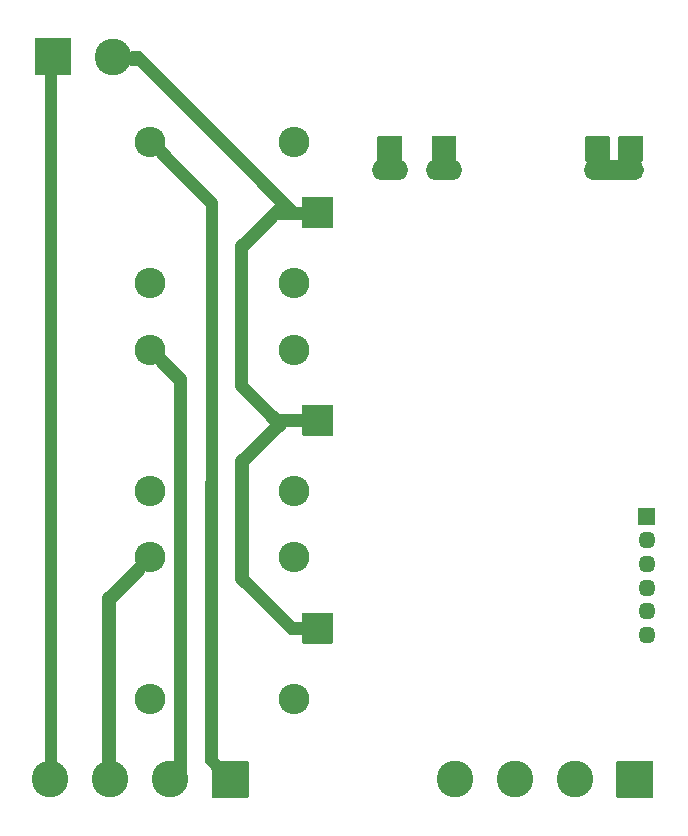
<source format=gbr>
%TF.GenerationSoftware,KiCad,Pcbnew,(5.1.8)-1*%
%TF.CreationDate,2022-05-08T18:20:05+08:00*%
%TF.ProjectId,smartkey,736d6172-746b-4657-992e-6b696361645f,rev?*%
%TF.SameCoordinates,Original*%
%TF.FileFunction,Soldermask,Bot*%
%TF.FilePolarity,Negative*%
%FSLAX46Y46*%
G04 Gerber Fmt 4.6, Leading zero omitted, Abs format (unit mm)*
G04 Created by KiCad (PCBNEW (5.1.8)-1) date 2022-05-08 18:20:05*
%MOMM*%
%LPD*%
G01*
G04 APERTURE LIST*
%ADD10O,2.602000X2.602000*%
%ADD11C,3.102000*%
%ADD12O,1.452000X1.452000*%
%ADD13O,3.102000X1.702000*%
%ADD14O,5.102000X1.702000*%
%ADD15C,0.254000*%
%ADD16C,0.350000*%
G04 APERTURE END LIST*
D10*
%TO.C,K1*%
X123400000Y-90000000D03*
X111200000Y-90000000D03*
X111200000Y-78000000D03*
X123400000Y-78000000D03*
G36*
G01*
X124150000Y-82699000D02*
X126650000Y-82699000D01*
G75*
G02*
X126701000Y-82750000I0J-51000D01*
G01*
X126701000Y-85250000D01*
G75*
G02*
X126650000Y-85301000I-51000J0D01*
G01*
X124150000Y-85301000D01*
G75*
G02*
X124099000Y-85250000I0J51000D01*
G01*
X124099000Y-82750000D01*
G75*
G02*
X124150000Y-82699000I51000J0D01*
G01*
G37*
%TD*%
D11*
%TO.C,J2*%
X137010000Y-132000000D03*
G36*
G01*
X153801000Y-130500000D02*
X153801000Y-133500000D01*
G75*
G02*
X153750000Y-133551000I-51000J0D01*
G01*
X150750000Y-133551000D01*
G75*
G02*
X150699000Y-133500000I0J51000D01*
G01*
X150699000Y-130500000D01*
G75*
G02*
X150750000Y-130449000I51000J0D01*
G01*
X153750000Y-130449000D01*
G75*
G02*
X153801000Y-130500000I0J-51000D01*
G01*
G37*
X142090000Y-132000000D03*
X147170000Y-132000000D03*
%TD*%
D12*
%TO.C,J4*%
X153250000Y-119750000D03*
X153250000Y-117750000D03*
X153250000Y-115750000D03*
X153250000Y-113750000D03*
X153250000Y-111750000D03*
G36*
G01*
X152524000Y-110425000D02*
X152524000Y-109075000D01*
G75*
G02*
X152575000Y-109024000I51000J0D01*
G01*
X153925000Y-109024000D01*
G75*
G02*
X153976000Y-109075000I0J-51000D01*
G01*
X153976000Y-110425000D01*
G75*
G02*
X153925000Y-110476000I-51000J0D01*
G01*
X152575000Y-110476000D01*
G75*
G02*
X152524000Y-110425000I0J51000D01*
G01*
G37*
%TD*%
D11*
%TO.C,J1*%
X108080000Y-70800000D03*
G36*
G01*
X101449000Y-72300000D02*
X101449000Y-69300000D01*
G75*
G02*
X101500000Y-69249000I51000J0D01*
G01*
X104500000Y-69249000D01*
G75*
G02*
X104551000Y-69300000I0J-51000D01*
G01*
X104551000Y-72300000D01*
G75*
G02*
X104500000Y-72351000I-51000J0D01*
G01*
X101500000Y-72351000D01*
G75*
G02*
X101449000Y-72300000I0J51000D01*
G01*
G37*
%TD*%
D10*
%TO.C,K3*%
X123400000Y-125200000D03*
X111200000Y-125200000D03*
X111200000Y-113200000D03*
X123400000Y-113200000D03*
G36*
G01*
X124150000Y-117899000D02*
X126650000Y-117899000D01*
G75*
G02*
X126701000Y-117950000I0J-51000D01*
G01*
X126701000Y-120450000D01*
G75*
G02*
X126650000Y-120501000I-51000J0D01*
G01*
X124150000Y-120501000D01*
G75*
G02*
X124099000Y-120450000I0J51000D01*
G01*
X124099000Y-117950000D01*
G75*
G02*
X124150000Y-117899000I51000J0D01*
G01*
G37*
%TD*%
%TO.C,K2*%
X123400000Y-107600000D03*
X111200000Y-107600000D03*
X111200000Y-95600000D03*
X123400000Y-95600000D03*
G36*
G01*
X124150000Y-100299000D02*
X126650000Y-100299000D01*
G75*
G02*
X126701000Y-100350000I0J-51000D01*
G01*
X126701000Y-102850000D01*
G75*
G02*
X126650000Y-102901000I-51000J0D01*
G01*
X124150000Y-102901000D01*
G75*
G02*
X124099000Y-102850000I0J51000D01*
G01*
X124099000Y-100350000D01*
G75*
G02*
X124150000Y-100299000I51000J0D01*
G01*
G37*
%TD*%
D13*
%TO.C,U2*%
X131500000Y-80400000D03*
X136100000Y-80400000D03*
G36*
G01*
X132551000Y-77600000D02*
X132551000Y-79600000D01*
G75*
G02*
X132500000Y-79651000I-51000J0D01*
G01*
X130500000Y-79651000D01*
G75*
G02*
X130449000Y-79600000I0J51000D01*
G01*
X130449000Y-77600000D01*
G75*
G02*
X130500000Y-77549000I51000J0D01*
G01*
X132500000Y-77549000D01*
G75*
G02*
X132551000Y-77600000I0J-51000D01*
G01*
G37*
G36*
G01*
X137151000Y-77600000D02*
X137151000Y-79600000D01*
G75*
G02*
X137100000Y-79651000I-51000J0D01*
G01*
X135100000Y-79651000D01*
G75*
G02*
X135049000Y-79600000I0J51000D01*
G01*
X135049000Y-77600000D01*
G75*
G02*
X135100000Y-77549000I51000J0D01*
G01*
X137100000Y-77549000D01*
G75*
G02*
X137151000Y-77600000I0J-51000D01*
G01*
G37*
G36*
G01*
X150151000Y-77600000D02*
X150151000Y-79600000D01*
G75*
G02*
X150100000Y-79651000I-51000J0D01*
G01*
X148100000Y-79651000D01*
G75*
G02*
X148049000Y-79600000I0J51000D01*
G01*
X148049000Y-77600000D01*
G75*
G02*
X148100000Y-77549000I51000J0D01*
G01*
X150100000Y-77549000D01*
G75*
G02*
X150151000Y-77600000I0J-51000D01*
G01*
G37*
G36*
G01*
X152951000Y-77600000D02*
X152951000Y-79600000D01*
G75*
G02*
X152900000Y-79651000I-51000J0D01*
G01*
X150900000Y-79651000D01*
G75*
G02*
X150849000Y-79600000I0J51000D01*
G01*
X150849000Y-77600000D01*
G75*
G02*
X150900000Y-77549000I51000J0D01*
G01*
X152900000Y-77549000D01*
G75*
G02*
X152951000Y-77600000I0J-51000D01*
G01*
G37*
D14*
X150500000Y-80400000D03*
%TD*%
D11*
%TO.C,J6*%
X102760000Y-132000000D03*
G36*
G01*
X119551000Y-130500000D02*
X119551000Y-133500000D01*
G75*
G02*
X119500000Y-133551000I-51000J0D01*
G01*
X116500000Y-133551000D01*
G75*
G02*
X116449000Y-133500000I0J51000D01*
G01*
X116449000Y-130500000D01*
G75*
G02*
X116500000Y-130449000I51000J0D01*
G01*
X119500000Y-130449000D01*
G75*
G02*
X119551000Y-130500000I0J-51000D01*
G01*
G37*
X107840000Y-132000000D03*
X112920000Y-132000000D03*
%TD*%
D15*
X103173000Y-130573000D02*
X102427000Y-130573000D01*
X102427000Y-72327000D01*
X103173000Y-72327000D01*
X103173000Y-130573000D01*
D16*
G36*
X103173000Y-130573000D02*
G01*
X102427000Y-130573000D01*
X102427000Y-72327000D01*
X103173000Y-72327000D01*
X103173000Y-130573000D01*
G37*
D15*
X110620394Y-114400000D02*
X108210197Y-116810197D01*
X108194403Y-116829443D01*
X108182667Y-116851399D01*
X108175440Y-116875224D01*
X108173000Y-116900000D01*
X108173000Y-130573000D01*
X107227000Y-130573000D01*
X107227000Y-116453915D01*
X109998438Y-113778044D01*
X110620394Y-114400000D01*
D16*
G36*
X110620394Y-114400000D02*
G01*
X108210197Y-116810197D01*
X108194403Y-116829443D01*
X108182667Y-116851399D01*
X108175440Y-116875224D01*
X108173000Y-116900000D01*
X108173000Y-130573000D01*
X107227000Y-130573000D01*
X107227000Y-116453915D01*
X109998438Y-113778044D01*
X110620394Y-114400000D01*
G37*
D15*
X114173000Y-97952606D02*
X114173000Y-131168648D01*
X113327000Y-130630284D01*
X113327000Y-98400000D01*
X113324560Y-98375224D01*
X113317333Y-98351399D01*
X113305597Y-98329443D01*
X113289803Y-98310197D01*
X111769079Y-96789473D01*
X112311924Y-96091530D01*
X114173000Y-97952606D01*
D16*
G36*
X114173000Y-97952606D02*
G01*
X114173000Y-131168648D01*
X113327000Y-130630284D01*
X113327000Y-98400000D01*
X113324560Y-98375224D01*
X113317333Y-98351399D01*
X113305597Y-98329443D01*
X113289803Y-98310197D01*
X111769079Y-96789473D01*
X112311924Y-96091530D01*
X114173000Y-97952606D01*
G37*
D15*
X116773000Y-83051789D02*
X116773000Y-130200000D01*
X116775440Y-130224776D01*
X116782667Y-130248601D01*
X116794403Y-130270557D01*
X116810197Y-130289803D01*
X117020394Y-130500000D01*
X116500000Y-131020394D01*
X115927112Y-130447506D01*
X116027000Y-83400270D01*
X116024612Y-83375488D01*
X116017436Y-83351648D01*
X116005746Y-83329667D01*
X115989803Y-83310197D01*
X111785792Y-79106186D01*
X112393223Y-78574683D01*
X116773000Y-83051789D01*
D16*
G36*
X116773000Y-83051789D02*
G01*
X116773000Y-130200000D01*
X116775440Y-130224776D01*
X116782667Y-130248601D01*
X116794403Y-130270557D01*
X116810197Y-130289803D01*
X117020394Y-130500000D01*
X116500000Y-131020394D01*
X115927112Y-130447506D01*
X116027000Y-83400270D01*
X116024612Y-83375488D01*
X116017436Y-83351648D01*
X116005746Y-83329667D01*
X115989803Y-83310197D01*
X111785792Y-79106186D01*
X112393223Y-78574683D01*
X116773000Y-83051789D01*
G37*
D15*
X123410368Y-83539973D02*
X123429643Y-83555730D01*
X123451622Y-83567425D01*
X123475460Y-83574607D01*
X123500000Y-83577000D01*
X124073000Y-83577000D01*
X124073000Y-84425791D01*
X121947178Y-84473031D01*
X121922462Y-84476021D01*
X121898804Y-84483776D01*
X121877114Y-84495997D01*
X121859313Y-84511091D01*
X119359313Y-87061091D01*
X119343710Y-87080491D01*
X119332192Y-87102563D01*
X119325201Y-87126458D01*
X119323000Y-87150000D01*
X119323000Y-98400000D01*
X119325440Y-98424776D01*
X119332667Y-98448601D01*
X119344403Y-98470557D01*
X119360197Y-98489803D01*
X122010197Y-101139803D01*
X122029443Y-101155597D01*
X122051399Y-101167333D01*
X122075224Y-101174560D01*
X122100000Y-101177000D01*
X124023000Y-101177000D01*
X124023000Y-102023000D01*
X122700000Y-102023000D01*
X122675224Y-102025440D01*
X122651399Y-102032667D01*
X122629443Y-102044403D01*
X122610197Y-102060197D01*
X119460197Y-105210197D01*
X119444403Y-105229443D01*
X119432667Y-105251399D01*
X119425440Y-105275224D01*
X119423000Y-105300000D01*
X119423000Y-114800000D01*
X119425440Y-114824776D01*
X119432667Y-114848601D01*
X119444403Y-114870557D01*
X119460197Y-114889803D01*
X123310197Y-118739803D01*
X123329443Y-118755597D01*
X123351399Y-118767333D01*
X123375224Y-118774560D01*
X123400000Y-118777000D01*
X124023000Y-118777000D01*
X124023000Y-119623000D01*
X123052200Y-119623000D01*
X118527000Y-115146987D01*
X118527000Y-104853871D01*
X121488268Y-101991312D01*
X121504386Y-101972337D01*
X121516492Y-101950582D01*
X121524122Y-101926884D01*
X121526982Y-101902152D01*
X121524962Y-101877338D01*
X121518139Y-101853395D01*
X121506777Y-101831242D01*
X121490530Y-101810930D01*
X118477000Y-98747998D01*
X118477000Y-86702606D01*
X121839803Y-83339803D01*
X121855597Y-83320557D01*
X121867333Y-83298601D01*
X121874560Y-83274776D01*
X121877000Y-83250000D01*
X121874560Y-83225224D01*
X121867333Y-83201399D01*
X121855597Y-83179443D01*
X121839995Y-83160390D01*
X110189995Y-71460390D01*
X110170783Y-71444555D01*
X110148852Y-71432772D01*
X110125043Y-71425494D01*
X110100000Y-71423000D01*
X109537566Y-71423000D01*
X109617246Y-70427000D01*
X110247536Y-70427000D01*
X123410368Y-83539973D01*
D16*
G36*
X123410368Y-83539973D02*
G01*
X123429643Y-83555730D01*
X123451622Y-83567425D01*
X123475460Y-83574607D01*
X123500000Y-83577000D01*
X124073000Y-83577000D01*
X124073000Y-84425791D01*
X121947178Y-84473031D01*
X121922462Y-84476021D01*
X121898804Y-84483776D01*
X121877114Y-84495997D01*
X121859313Y-84511091D01*
X119359313Y-87061091D01*
X119343710Y-87080491D01*
X119332192Y-87102563D01*
X119325201Y-87126458D01*
X119323000Y-87150000D01*
X119323000Y-98400000D01*
X119325440Y-98424776D01*
X119332667Y-98448601D01*
X119344403Y-98470557D01*
X119360197Y-98489803D01*
X122010197Y-101139803D01*
X122029443Y-101155597D01*
X122051399Y-101167333D01*
X122075224Y-101174560D01*
X122100000Y-101177000D01*
X124023000Y-101177000D01*
X124023000Y-102023000D01*
X122700000Y-102023000D01*
X122675224Y-102025440D01*
X122651399Y-102032667D01*
X122629443Y-102044403D01*
X122610197Y-102060197D01*
X119460197Y-105210197D01*
X119444403Y-105229443D01*
X119432667Y-105251399D01*
X119425440Y-105275224D01*
X119423000Y-105300000D01*
X119423000Y-114800000D01*
X119425440Y-114824776D01*
X119432667Y-114848601D01*
X119444403Y-114870557D01*
X119460197Y-114889803D01*
X123310197Y-118739803D01*
X123329443Y-118755597D01*
X123351399Y-118767333D01*
X123375224Y-118774560D01*
X123400000Y-118777000D01*
X124023000Y-118777000D01*
X124023000Y-119623000D01*
X123052200Y-119623000D01*
X118527000Y-115146987D01*
X118527000Y-104853871D01*
X121488268Y-101991312D01*
X121504386Y-101972337D01*
X121516492Y-101950582D01*
X121524122Y-101926884D01*
X121526982Y-101902152D01*
X121524962Y-101877338D01*
X121518139Y-101853395D01*
X121506777Y-101831242D01*
X121490530Y-101810930D01*
X118477000Y-98747998D01*
X118477000Y-86702606D01*
X121839803Y-83339803D01*
X121855597Y-83320557D01*
X121867333Y-83298601D01*
X121874560Y-83274776D01*
X121877000Y-83250000D01*
X121874560Y-83225224D01*
X121867333Y-83201399D01*
X121855597Y-83179443D01*
X121839995Y-83160390D01*
X110189995Y-71460390D01*
X110170783Y-71444555D01*
X110148852Y-71432772D01*
X110125043Y-71425494D01*
X110100000Y-71423000D01*
X109537566Y-71423000D01*
X109617246Y-70427000D01*
X110247536Y-70427000D01*
X123410368Y-83539973D01*
G37*
G36*
X124100709Y-84551206D02*
G01*
X124101000Y-84552244D01*
X124101000Y-84680052D01*
X124100000Y-84681784D01*
X124098000Y-84681784D01*
X124097010Y-84680248D01*
X124094628Y-84656061D01*
X124087628Y-84632986D01*
X124076263Y-84611722D01*
X124060968Y-84593085D01*
X124042331Y-84577790D01*
X124021067Y-84566425D01*
X123998003Y-84559429D01*
X123971167Y-84557086D01*
X122001006Y-84600868D01*
X121976973Y-84603775D01*
X121954059Y-84611286D01*
X121933049Y-84623123D01*
X121915750Y-84637792D01*
X121872946Y-84681452D01*
X121871020Y-84681989D01*
X121869591Y-84680589D01*
X121870090Y-84678652D01*
X121948572Y-84598600D01*
X121949956Y-84598000D01*
X124098956Y-84550244D01*
X124100709Y-84551206D01*
G37*
G36*
X148406432Y-79650000D02*
G01*
X148406432Y-79652000D01*
X148405643Y-79652764D01*
X148328326Y-79694090D01*
X148199673Y-79799673D01*
X148157170Y-79851463D01*
X148155298Y-79852167D01*
X148153752Y-79850898D01*
X148153961Y-79849083D01*
X148164055Y-79833976D01*
X148173282Y-79811702D01*
X148177986Y-79788052D01*
X148177986Y-79763946D01*
X148173282Y-79740296D01*
X148164055Y-79718022D01*
X148150661Y-79697975D01*
X148133614Y-79680928D01*
X148113566Y-79667533D01*
X148091292Y-79658306D01*
X148067596Y-79653593D01*
X148055491Y-79652998D01*
X148053810Y-79651914D01*
X148053908Y-79649916D01*
X148055589Y-79649000D01*
X148404700Y-79649000D01*
X148406432Y-79650000D01*
G37*
G36*
X152946143Y-79650000D02*
G01*
X152946143Y-79652000D01*
X152944607Y-79652990D01*
X152920420Y-79655372D01*
X152897345Y-79662372D01*
X152876081Y-79673737D01*
X152857444Y-79689032D01*
X152842149Y-79707669D01*
X152830784Y-79728933D01*
X152823784Y-79752008D01*
X152821421Y-79775999D01*
X152823784Y-79799990D01*
X152830784Y-79823065D01*
X152842242Y-79844501D01*
X152842176Y-79846500D01*
X152840413Y-79847443D01*
X152838932Y-79846713D01*
X152800327Y-79799673D01*
X152671674Y-79694090D01*
X152594357Y-79652764D01*
X152593301Y-79651065D01*
X152594244Y-79649302D01*
X152595300Y-79649000D01*
X152944411Y-79649000D01*
X152946143Y-79650000D01*
G37*
M02*

</source>
